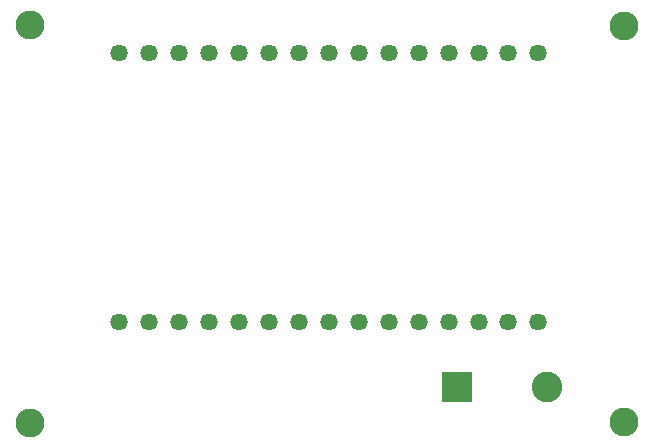
<source format=gbs>
G04 MADE WITH FRITZING*
G04 WWW.FRITZING.ORG*
G04 DOUBLE SIDED*
G04 HOLES PLATED*
G04 CONTOUR ON CENTER OF CONTOUR VECTOR*
%ASAXBY*%
%FSLAX23Y23*%
%MOIN*%
%OFA0B0*%
%SFA1.0B1.0*%
%ADD10C,0.057829*%
%ADD11C,0.102000*%
%ADD12C,0.096614*%
%ADD13R,0.102000X0.102000*%
%LNMASK0*%
G90*
G70*
G54D10*
X1567Y417D03*
X1766Y1314D03*
X1666Y1314D03*
X1567Y1314D03*
X1467Y1314D03*
X1367Y1314D03*
X1666Y417D03*
X1766Y417D03*
X1467Y417D03*
X1267Y1314D03*
X1167Y1314D03*
X1067Y1314D03*
X968Y1314D03*
X868Y1314D03*
X768Y1314D03*
X668Y1314D03*
X568Y1314D03*
X468Y1314D03*
X368Y1314D03*
X1067Y417D03*
X968Y417D03*
X868Y417D03*
X768Y417D03*
X668Y417D03*
X568Y417D03*
X468Y417D03*
X368Y417D03*
X1367Y417D03*
X1267Y417D03*
X1167Y417D03*
G54D11*
X1494Y200D03*
X1794Y200D03*
G54D12*
X2053Y1405D03*
X2053Y86D03*
X72Y1409D03*
X72Y82D03*
G54D13*
X1494Y200D03*
G04 End of Mask0*
M02*
</source>
